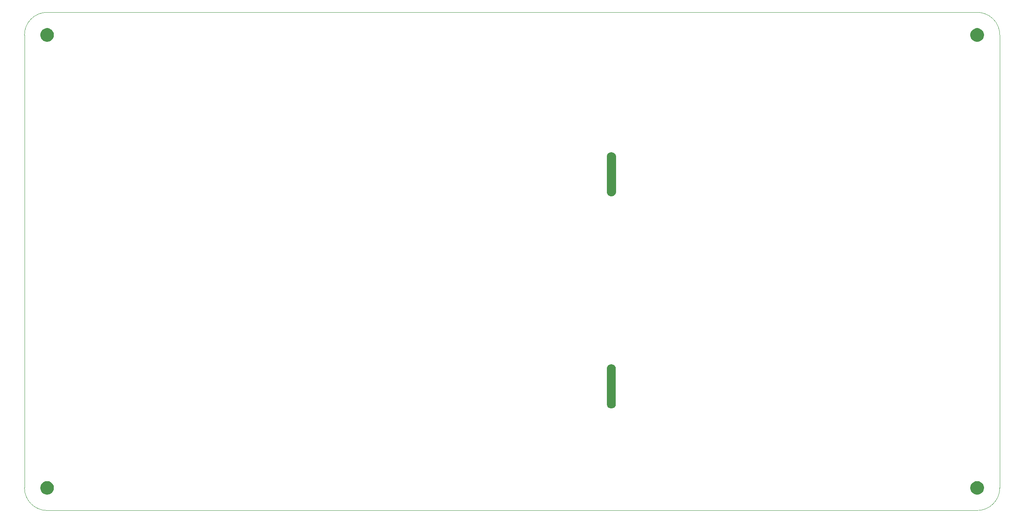
<source format=gbr>
%TF.GenerationSoftware,Altium Limited,Altium Designer,24.3.1 (35)*%
G04 Layer_Color=0*
%FSLAX43Y43*%
%MOMM*%
%TF.SameCoordinates,76E1361F-AA3B-45A8-A24B-41510BF92E79*%
%TF.FilePolarity,Positive*%
%TF.FileFunction,Profile,NP*%
%TF.Part,Single*%
G01*
G75*
%TA.AperFunction,Profile*%
%ADD144C,0.025*%
G36*
X128369Y23529D02*
Y23398D01*
X128437Y23143D01*
X128569Y22915D01*
X128755Y22729D01*
X128983Y22598D01*
X129237Y22529D01*
X129501D01*
X129755Y22598D01*
X129983Y22729D01*
X130169Y22915D01*
X130301Y23143D01*
X130369Y23398D01*
Y23529D01*
D01*
Y31279D01*
Y31411D01*
X130301Y31665D01*
X130169Y31893D01*
X129983Y32080D01*
X129755Y32211D01*
X129501Y32279D01*
X129237D01*
X128983Y32211D01*
X128755Y32080D01*
X128569Y31893D01*
X128437Y31665D01*
X128369Y31411D01*
Y31279D01*
D01*
Y23529D01*
D02*
G37*
G36*
X128386Y70375D02*
Y70243D01*
X128454Y69989D01*
X128586Y69761D01*
X128772Y69575D01*
X129000Y69443D01*
X129254Y69375D01*
X129518D01*
X129772Y69443D01*
X130000Y69575D01*
X130186Y69761D01*
X130318Y69989D01*
X130386Y70243D01*
Y70375D01*
D01*
Y78125D01*
Y78257D01*
X130318Y78511D01*
X130186Y78739D01*
X130000Y78925D01*
X129772Y79057D01*
X129518Y79125D01*
X129254D01*
X129000Y79057D01*
X128772Y78925D01*
X128586Y78739D01*
X128454Y78511D01*
X128386Y78257D01*
Y78125D01*
D01*
Y70375D01*
D02*
G37*
G36*
X5000Y103500D02*
X4852D01*
X4562Y103558D01*
X4289Y103671D01*
X4044Y103835D01*
X3835Y104044D01*
X3671Y104289D01*
X3558Y104562D01*
X3500Y104852D01*
Y105000D01*
Y105148D01*
X3558Y105438D01*
X3671Y105711D01*
X3835Y105956D01*
X4044Y106165D01*
X4289Y106329D01*
X4562Y106442D01*
X4852Y106500D01*
X5000D01*
X5148D01*
X5438Y106442D01*
X5711Y106329D01*
X5956Y106165D01*
X6165Y105956D01*
X6329Y105711D01*
X6442Y105438D01*
X6500Y105148D01*
Y105000D01*
Y104852D01*
X6442Y104562D01*
X6329Y104289D01*
X6165Y104044D01*
X5956Y103835D01*
X5711Y103671D01*
X5438Y103558D01*
X5148Y103500D01*
X5000D01*
D01*
D02*
G37*
G36*
X3500Y5000D02*
Y4852D01*
X3558Y4562D01*
X3671Y4289D01*
X3835Y4044D01*
X4044Y3835D01*
X4289Y3671D01*
X4562Y3558D01*
X4852Y3500D01*
X5000D01*
X5148D01*
X5438Y3558D01*
X5711Y3671D01*
X5956Y3835D01*
X6165Y4044D01*
X6329Y4289D01*
X6442Y4562D01*
X6500Y4852D01*
Y5000D01*
Y5148D01*
X6442Y5438D01*
X6329Y5711D01*
X6165Y5956D01*
X5956Y6165D01*
X5711Y6329D01*
X5438Y6442D01*
X5148Y6500D01*
X5000D01*
X4852D01*
X4562Y6442D01*
X4289Y6329D01*
X4044Y6165D01*
X3835Y5956D01*
X3671Y5711D01*
X3558Y5438D01*
X3500Y5148D01*
Y5000D01*
D01*
D02*
G37*
G36*
X208500D02*
Y4852D01*
X208558Y4562D01*
X208671Y4289D01*
X208835Y4044D01*
X209044Y3835D01*
X209289Y3671D01*
X209562Y3558D01*
X209852Y3500D01*
X210000D01*
X210148D01*
X210438Y3558D01*
X210711Y3671D01*
X210956Y3835D01*
X211165Y4044D01*
X211329Y4289D01*
X211442Y4562D01*
X211500Y4852D01*
Y5000D01*
Y5148D01*
X211442Y5438D01*
X211329Y5711D01*
X211165Y5956D01*
X210956Y6165D01*
X210711Y6329D01*
X210438Y6442D01*
X210148Y6500D01*
X210000D01*
X209852D01*
X209562Y6442D01*
X209289Y6329D01*
X209044Y6165D01*
X208835Y5956D01*
X208671Y5711D01*
X208558Y5438D01*
X208500Y5148D01*
Y5000D01*
D01*
D02*
G37*
G36*
Y105000D02*
Y104852D01*
X208558Y104562D01*
X208671Y104289D01*
X208835Y104044D01*
X209044Y103835D01*
X209289Y103671D01*
X209562Y103558D01*
X209852Y103500D01*
X210000D01*
X210148D01*
X210438Y103558D01*
X210711Y103671D01*
X210956Y103835D01*
X211165Y104044D01*
X211329Y104289D01*
X211442Y104562D01*
X211500Y104852D01*
Y105000D01*
Y105148D01*
X211442Y105438D01*
X211329Y105711D01*
X211165Y105956D01*
X210956Y106165D01*
X210711Y106329D01*
X210438Y106442D01*
X210148Y106500D01*
X210000D01*
X209852D01*
X209562Y106442D01*
X209289Y106329D01*
X209044Y106165D01*
X208835Y105956D01*
X208671Y105711D01*
X208558Y105438D01*
X208500Y105148D01*
Y105000D01*
D01*
D02*
G37*
D144*
X0Y5000D02*
Y105000D01*
D02*
G02*
X5000Y110000I5000J0D01*
G01*
X210000Y110000D01*
D02*
G02*
X215000Y105000I-0J-5000D01*
G01*
X215000Y4950D01*
X215000Y5000D01*
D02*
G02*
X210000Y0I-5000J0D01*
G01*
X210025D01*
X5000Y0D01*
D02*
G02*
X0Y5000I-0J5000D01*
G01*
%TF.MD5,6df01cba1bcb06b04ea56e9595a1227b*%
M02*

</source>
